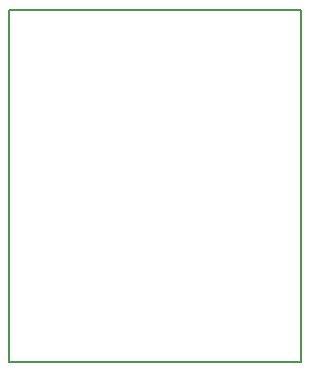
<source format=gbo>
G04 MADE WITH FRITZING*
G04 WWW.FRITZING.ORG*
G04 DOUBLE SIDED*
G04 HOLES PLATED*
G04 CONTOUR ON CENTER OF CONTOUR VECTOR*
%ASAXBY*%
%FSLAX23Y23*%
%MOIN*%
%OFA0B0*%
%SFA1.0B1.0*%
%ADD10R,0.984252X1.181100X0.968252X1.165100*%
%ADD11C,0.008000*%
%LNSILK0*%
G90*
G70*
G54D11*
X4Y1177D02*
X980Y1177D01*
X980Y4D01*
X4Y4D01*
X4Y1177D01*
D02*
G04 End of Silk0*
M02*
</source>
